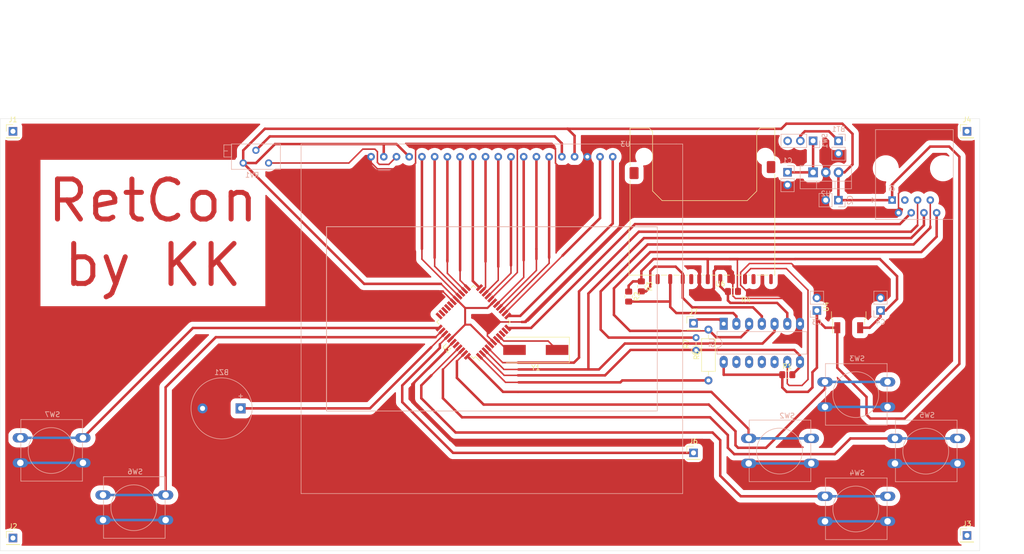
<source format=kicad_pcb>
(kicad_pcb (version 20211014) (generator pcbnew)
  (layers (0 "F.Cu" signal "Górna sygnałowa") (31 "B.Cu" jumper "Dolna sygnałowa") (34 "B.Paste" user "Dolna pasty") (35 "F.Paste" user "Górna pasty") (36 "B.SilkS" user "Dolna opisowa") (37 "F.SilkS" user "Górna opisowa") (38 "B.Mask" user "Dolna sodermaski") (39 "F.Mask" user "Górna soldermaski") (44 "Edge.Cuts" user "Krawędziowa"))
  (net 0 "")
  (net 1 "GND")
  (net 2 "Net-(BT1-Pad1)")
  (net 3 "Net-(C1-Pad1)")
  (net 4 "Net-(J5-Pad8)")
  (net 5 "Net-(RV1-Pad2)")
  (net 6 "Net-(RV1-Pad1)")
  (net 7 "Net-(SW2-Pad1)")
  (net 8 "Net-(SW3-Pad1)")
  (net 9 "Net-(SW4-Pad1)")
  (net 10 "Net-(SW5-Pad1)")
  (net 11 "Net-(SW6-Pad1)")
  (net 12 "+5V")
  (net 13 "+3V3")
  (net 15 "Net-(U1-Pad26)")
  (net 16 "Net-(U1-Pad25)")
  (net 17 "Net-(U1-Pad24)")
  (net 18 "Net-(U1-Pad23)")
  (net 19 "Net-(U1-Pad22)")
  (net 20 "Net-(U1-Pad21)")
  (net 21 "Net-(U1-Pad20)")
  (net 22 "Net-(U1-Pad19)")
  (net 23 "Net-(U1-Pad15)")
  (net 24 "Net-(U1-Pad8)")
  (net 25 "Net-(U1-Pad7)")
  (net 26 "Net-(SW7-Pad1)")
  (net 27 "Net-(BZ1-Pad1)")
  (net 32 "Net-(U5-Pad1)")
  (net 33 "Net-(J5-Pad5)")
  (net 34 "Net-(J5-Pad4)")
  (net 35 "/SCK")
  (net 36 "Net-(U1-Pad16)")
  (net 37 "Net-(U1-Pad14)")
  (net 38 "Net-(U1-Pad13)")
  (net 39 "Net-(U1-Pad12)")
  (net 40 "Net-(J5-Pad7)")
  (net 41 "/MISO")
  (net 42 "/MOSI")
  (net 43 "Net-(R2-Pad2)")
  (net 44 "Net-(R3-Pad2)")
  (net 45 "Net-(R4-Pad2)")
  (net 53 "/CS")
  (net 55 "Net-(U5-Pad9)")
  (footprint "Package_QFP:TQFP-44_10x10mm_P0.8mm" (layer "F.Cu") (at 140.208 93.98 135)
    (fp_text reference "U1")
    (fp_text value "ATmega32A-AU")
  )
  (footprint "Connector_PinHeader_2.54mm:PinHeader_1x01_P2.54mm_Vertical" (layer "F.Cu") (at 48.26 55.88)
    (fp_text reference "J1")
    (fp_text value "Hole1")
  )
  (footprint "Connector_PinHeader_2.54mm:PinHeader_1x01_P2.54mm_Vertical" (layer "F.Cu") (at 238.76 136.652)
    (fp_text reference "J3")
    (fp_text value "Hole3")
  )
  (footprint "Connector_PinHeader_2.54mm:PinHeader_1x01_P2.54mm_Vertical" (layer "F.Cu") (at 238.76 55.88)
    (fp_text reference "J4")
    (fp_text value "Hole4")
  )
  (footprint "Crystal:Crystal_SMD_HC49-SD" (layer "F.Cu") (at 152.654 99.568 180)
    (fp_text reference "Y1")
    (fp_text value "16Mhz")
  )
  (footprint "Connector_PinHeader_2.54mm:PinHeader_1x01_P2.54mm_Vertical" (layer "F.Cu") (at 48.26 137.16)
    (fp_text reference "J2")
    (fp_text value "Hole2")
  )
  (footprint "Resistor_THT:R_Axial_DIN0207_L6.3mm_D2.5mm_P10.16mm_Horizontal" (layer "F.Cu") (at 187.131 105.664 90)
    (fp_text reference "R6")
    (fp_text value "0R")
  )
  (footprint "Package_TO_SOT_SMD:TO-252-2" (layer "F.Cu") (at 215.138 90.932 90)
    (fp_text reference "U4")
    (fp_text value "LF33_TO252")
  )
  (footprint "Resistor_SMD:R_0805_2012Metric_Pad1.20x1.40mm_HandSolder" (layer "F.Cu") (at 192.024 87.884 180)
    (fp_text reference "R4")
    (fp_text value "1K")
  )
  (footprint "Resistor_SMD:R_0805_2012Metric_Pad1.20x1.40mm_HandSolder" (layer "F.Cu") (at 171.196 88.9 -90)
    (fp_text reference "R2")
    (fp_text value "1K")
  )
  (footprint "Resistor_SMD:R_0805_2012Metric_Pad1.20x1.40mm_HandSolder" (layer "F.Cu") (at 202.879 104.521)
    (fp_text reference "R1")
    (fp_text value "4K7")
  )
  (footprint "Resistor_THT:R_Axial_DIN0204_L3.6mm_D1.6mm_P2.54mm_Vertical" (layer "F.Cu") (at 184.658 99.645 90)
    (fp_text reference "R7")
    (fp_text value "0R")
  )
  (footprint "Connector_PinHeader_2.54mm:PinHeader_1x01_P2.54mm_Vertical" (layer "F.Cu") (at 184.15 120.142)
    (fp_text reference "J6")
    (fp_text value "Conn_01x01_Male")
  )
  (footprint "Resistor_SMD:R_0805_2012Metric_Pad1.20x1.40mm_HandSolder" (layer "F.Cu") (at 173.736 86.868 -90)
    (fp_text reference "R3")
    (fp_text value "1K")
  )
  (footprint "Connector_Card:SD_Kyocera_145638009511859+" (layer "F.Cu") (at 186.378 72.9195 180)
    (fp_text reference "U6")
    (fp_text value "SD")
  )
  (footprint "Connector_PinHeader_2.54mm:PinHeader_1x01_P2.54mm_Vertical" (layer "F.Cu") (at 184.15 94.234)
    (fp_text reference "J7")
    (fp_text value "Conn_01x01_Male")
  )
  (footprint "Connector_PinHeader_2.54mm:PinHeader_1x02_P2.54mm_Vertical" (layer "B.Cu") (at 213.106 57.78 180)
    (fp_text reference "BT1")
    (fp_text value "9V battery")
  )
  (footprint "Connector_PinHeader_2.54mm:PinHeader_1x02_P2.54mm_Vertical" (layer "B.Cu") (at 202.925 64.065 180)
    (fp_text reference "C1")
    (fp_text value "330N")
  )
  (footprint "Connector_PinHeader_2.54mm:PinHeader_1x02_P2.54mm_Vertical" (layer "B.Cu") (at 213.085 69.635 90)
    (fp_text reference "C2")
    (fp_text value "100N")
  )
  (footprint "Button_Switch_THT:SW_PUSH-12mm" (layer "B.Cu") (at 222.902 105.958 180)
    (fp_text reference "SW3")
    (fp_text value "Up")
  )
  (footprint "Connector_PinHeader_2.54mm:PinHeader_1x03_P2.54mm_Vertical" (layer "B.Cu") (at 208.026 57.785 90)
    (fp_text reference "SW1")
    (fp_text value "SW_DIP_x01")
  )
  (footprint "Buzzer_Beeper:Buzzer_12x9.5RM7.6" (layer "B.Cu") (at 93.716 111.252 180)
    (fp_text reference "BZ1")
    (fp_text value "Buzzer")
  )
  (footprint "Package_TO_SOT_THT:TO-220-3_Vertical" (layer "B.Cu") (at 208.026 64.079)
    (fp_text reference "U2")
    (fp_text value "L7805")
  )
  (footprint "Button_Switch_THT:SW_PUSH-12mm" (layer "B.Cu") (at 207.669676 117.242715 180)
    (fp_text reference "SW2")
    (fp_text value "Left")
  )
  (footprint "Blue:WG12864BL" (layer "B.Cu") (at 159.131 72.39 180)
    (fp_text reference "U3")
    (fp_text value "WG12864B-STBL")
  )
  (footprint "Potentiometer_THT:Potentiometer_Bourns_3296Z_Horizontal" (layer "B.Cu") (at 99.312 62.21)
    (fp_text reference "RV1")
    (fp_text value "R_POT")
  )
  (footprint "Button_Switch_THT:SW_PUSH-12mm" (layer "B.Cu") (at 236.872 117.261 180)
    (fp_text reference "SW5")
    (fp_text value "Right")
  )
  (footprint "Button_Switch_THT:SW_PUSH-12mm" (layer "B.Cu") (at 62.23 117.134 180)
    (fp_text reference "SW7")
    (fp_text value "Punch")
  )
  (footprint "Button_Switch_THT:SW_PUSH-12mm" (layer "B.Cu") (at 78.74 128.564 180)
    (fp_text reference "SW6")
    (fp_text value "Jump")
  )
  (footprint "Button_Switch_THT:SW_PUSH-12mm" (layer "B.Cu") (at 222.902 128.818 180)
    (fp_text reference "SW4")
    (fp_text value "Down")
  )
  (footprint "Connector_RJ:RJ45_Amphenol_54602-x08_Horizontal" (layer "B.Cu") (at 223.8095 69.616)
    (fp_text reference "J5")
    (fp_text value "RJ45")
  )
  (footprint "Connector_PinHeader_2.54mm:PinHeader_1x02_P2.54mm_Vertical" (layer "B.Cu") (at 221.488 91.699)
    (fp_text reference "C4")
    (fp_text value "2.2uF")
  )
  (footprint "Package_DIP:DIP-14_W7.62mm_LongPads" (layer "B.Cu") (at 190.174 94.346 -90)
    (fp_text reference "U5")
    (fp_text value "SN74LS07")
  )
  (footprint "Connector_PinHeader_2.54mm:PinHeader_1x02_P2.54mm_Vertical" (layer "B.Cu") (at 208.788 91.699)
    (fp_text reference "C3")
    (fp_text value "100N")
  )
  (gr_rect (start 241.3 53.34) (end 45.72 139.7) (layer "Edge.Cuts") (width 0.05) (fill none))
  (gr_text "RetCon\nby KK" (at 76.2 76.2) (layer "F.Cu") (effects (font (size 8 8) (thickness 1))))
  (segment (start 185.928 117.602) (end 135.636 117.602) (width 0.5) (layer "F.Cu") (net 1))
  (segment (start 188.468 57.912) (end 170.18 57.912) (width 0.5) (layer "F.Cu") (net 1))
  (segment (start 121.031 63.373) (end 127.508 63.373) (width 0.3) (layer "F.Cu") (net 1))
  (segment (start 188.722 83.312) (end 191.262 83.312) (width 0.5) (layer "F.Cu") (net 1))
  (segment (start 128.651 62.23) (end 128.651 59.69) (width 0.3) (layer "F.Cu") (net 1))
  (segment (start 70.468 92.456) (end 116.84 92.456) (width 0.5) (layer "F.Cu") (net 1))
  (segment (start 191.998 84.048) (end 191.998 85.4195) (width 0.5) (layer "F.Cu") (net 1))
  (segment (start 147.066 93.98) (end 149.86 93.98) (width 0.3) (layer "F.Cu") (net 1))
  (segment (start 155.702 58.42) (end 156.591 59.309) (width 0.3) (layer "F.Cu") (net 1))
  (segment (start 227.584 129.54) (end 227.584 122.274261) (width 0.5) (layer "F.Cu") (net 1))
  (segment (start 157.099 62.738) (end 162.306 62.738) (width 0.3) (layer "F.Cu") (net 1))
  (segment (start 207.669676 122.242715) (end 224.353715 122.242715) (width 0.5) (layer "F.Cu") (net 1))
  (segment (start 149.86 93.98) (end 150.622 93.98) (width 0.5) (layer "F.Cu") (net 1))
  (segment (start 225.0795 68.2905) (end 225.806 67.564) (width 0.3) (layer "F.Cu") (net 1))
  (segment (start 134.62 99.822) (end 134.62 99.568) (width 0.5) (layer "F.Cu") (net 1))
  (segment (start 210.236093 66.605) (end 210.545 66.296093) (width 0.5) (layer "F.Cu") (net 1))
  (segment (start 187.833 87.63) (end 188.214 87.249) (width 0.5) (layer "F.Cu") (net 1))
  (segment (start 188.214 87.249) (end 188.214 83.82) (width 0.5) (layer "F.Cu") (net 1))
  (segment (start 221.161 88.832) (end 221.488 89.159) (width 0.5) (layer "F.Cu") (net 1))
  (segment (start 48.838 122.134) (end 47.1 120.396) (width 0.5) (layer "F.Cu") (net 1))
  (segment (start 191.262 83.312) (end 191.998 84.048) (width 0.5) (layer "F.Cu") (net 1))
  (segment (start 65.348 133.564) (end 62.23 130.446) (width 0.5) (layer "F.Cu") (net 1))
  (segment (start 128.016 106.426) (end 134.62 99.822) (width 0.5) (layer "F.Cu") (net 1))
  (segment (start 162.941 62.103) (end 162.941 60.96) (width 0.3) (layer "F.Cu") (net 1))
  (segment (start 215.138 88.832) (end 221.161 88.832) (width 0.5) (layer "F.Cu") (net 1))
  (segment (start 210.148 133.564) (end 210.402 133.818) (width 0.5) (layer "F.Cu") (net 1))
  (segment (start 235.204 69.85) (end 231.648 66.294) (width 0.5) (layer "F.Cu") (net 1))
  (segment (start 225.0795 72.156) (end 225.0795 68.2905) (width 0.3) (layer "F.Cu") (net 1))
  (segment (start 193.548 86.614) (end 195.030289 88.096289) (width 0.3) (layer "F.Cu") (net 1))
  (segment (start 186.055 87.63) (end 187.833 87.63) (width 0.5) (layer "F.Cu") (net 1))
  (segment (start 210.566 61.468) (end 210.566 64.079) (width 0.5) (layer "F.Cu") (net 1))
  (segment (start 185.298 86.873) (end 186.055 87.63) (width 0.5) (layer "F.Cu") (net 1))
  (segment (start 193.548 84.074) (end 193.548 86.614) (width 0.3) (layer "F.Cu") (net 1))
  (segment (start 144.78 93.98) (end 147.066 93.98) (width 0.3) (layer "F.Cu") (net 1))
  (segment (start 202.371 89.281) (end 197.037 89.281) (width 0.3) (layer "F.Cu") (net 1))
  (segment (start 221.254 72.156) (end 225.0795 72.156) (width 0.5) (layer "F.Cu") (net 1))
  (segment (start 143.002 96.774) (end 143.002 95.758) (width 0.3) (layer "F.Cu") (net 1))
  (segment (start 208.788 87.376) (end 203.708 82.296) (width 0.3) (layer "F.Cu") (net 1))
  (segment (start 210.545 66.296093) (end 210.545 64.1) (width 0.5) (layer "F.Cu") (net 1))
  (segment (start 209.115 88.832) (end 208.788 89.159) (width 0.5) (layer "F.Cu") (net 1))
  (segment (start 143.002 95.758) (end 144.78 93.98) (width 0.3) (layer "F.Cu") (net 1))
  (segment (start 195.326 82.296) (end 193.548 84.074) (width 0.3) (layer "F.Cu") (net 1))
  (segment (start 148.971 58.42) (end 155.702 58.42) (width 0.3) (layer "F.Cu") (net 1))
  (segment (start 205.414 94.346) (end 205.414 92.324) (width 0.3) (layer "F.Cu") (net 1))
  (segment (start 215.138 88.832) (end 209.115 88.832) (width 0.5) (layer "F.Cu") (net 1))
  (segment (start 127.508 63.373) (end 128.651 62.23) (width 0.3) (layer "F.Cu") (net 1))
  (segment (start 47.1 120.396) (end 47.1 115.824) (width 0.5) (layer "F.Cu") (net 1))
  (segment (start 170.18 74.422) (end 170.18 57.912) (width 0.5) (layer "F.Cu") (net 1))
  (segment (start 119.761 62.103) (end 121.031 63.373) (width 0.3) (layer "F.Cu") (net 1))
  (segment (start 227.584 106.276) (end 227.584 99.568) (width 0.5) (layer "F.Cu") (net 1))
  (segment (start 128.016 109.982) (end 128.016 106.426) (width 0.5) (layer "F.Cu") (net 1))
  (segment (start 210.545 69.635) (end 210.545 66.296093) (width 0.5) (layer "F.Cu") (net 1))
  (segment (start 210.402 110.958) (end 210.402 113.882) (width 0.5) (layer "F.Cu") (net 1))
  (segment (start 210.545 64.1) (end 210.566 64.079) (width 0.5) (layer "F.Cu") (net 1))
  (segment (start 187.198 118.872) (end 185.928 117.602) (width 0.5) (layer "F.Cu") (net 1))
  (segment (start 193.508 133.818) (end 187.198 127.508) (width 0.5) (layer "F.Cu") (net 1))
  (segment (start 208.788 89.159) (end 208.788 87.376) (width 0.3) (layer "F.Cu") (net 1))
  (segment (start 210.402 113.882) (end 211.328 114.808) (width 0.5) (layer "F.Cu") (net 1))
  (segment (start 211.836 72.136) (end 221.234 72.136) (width 0.5) (layer "F.Cu") (net 1))
  (segment (start 227.570739 122.261) (end 227.584 122.274261) (width 0.5) (layer "F.Cu") (net 1))
  (segment (start 227.584 99.568) (end 235.204 91.948) (width 0.5) (layer "F.Cu") (net 1))
  (segment (start 191.998 88.747) (end 191.998 85.4195) (width 0.3) (layer "F.Cu") (net 1))
  (segment (start 211.328 114.808) (end 226.568 114.808) (width 0.5) (layer "F.Cu") (net 1))
  (segment (start 136.177491 98.010509) (end 134.62 99.568) (width 0.3) (layer "F.Cu") (net 1))
  (segment (start 156.591 62.23) (end 157.099 62.738) (width 0.3) (layer "F.Cu") (net 1))
  (segment (start 62.23 130.446) (end 62.23 122.134) (width 0.5) (layer "F.Cu") (net 1))
  (segment (start 162.306 62.738) (end 162.941 62.103) (width 0.3) (layer "F.Cu") (net 1))
  (segment (start 215.138 88.832) (end 215.138 97.79) (width 0.5) (layer "F.Cu") (net 1))
  (segment (start 226.568 114.808) (end 227.584 115.824) (width 0.5) (layer "F.Cu") (net 1))
  (segment (start 197.161 66.605) (end 188.468 57.912) (width 0.5) (layer "F.Cu") (net 1))
  (segment (start 231.648 66.294) (end 227.076 66.294) (width 0.5) (layer "F.Cu") (net 1))
  (segment (start 144.238509 98.010509) (end 143.002 96.774) (width 0.3) (layer "F.Cu") (net 1))
  (segment (start 164.084 57.912) (end 162.941 59.055) (width 0.5) (layer "F.Cu") (net 1))
  (segment (start 135.636 117.602) (end 128.016 109.982) (width 0.5) (layer "F.Cu") (net 1))
  (segment (start 78.74 133.564) (end 81.828 133.564) (width 0.5) (layer "F.Cu") (net 1))
  (segment (start 213.106 60.32) (end 211.714 60.32) (width 0.5) (layer "F.Cu") (net 1))
  (segment (start 187.198 127.508) (end 187.198 118.872) (width 0.5) (layer "F.Cu") (net 1))
  (segment (start 203.708 82.296) (end 195.326 82.296) (width 0.3) (layer "F.Cu") (net 1))
  (segment (start 86.116 129.276) (end 86.116 111.252) (width 0.5) (layer "F.Cu") (net 1))
  (segment (start 202.925 66.605) (end 197.161 66.605) (width 0.5) (layer "F.Cu") (net 1))
  (segment (start 129.921 58.42) (end 148.971 58.42) (width 0.3) (layer "F.Cu") (net 1))
  (segment (start 188.214 83.82) (end 188.722 83.312) (width 0.5) (layer "F.Cu") (net 1))
  (segment (start 185.298 85.4195) (end 185.298 86.873) (width 0.5) (layer "F.Cu") (net 1))
  (segment (start 210.545 70.845) (end 211.836 72.136) (width 0.5) (layer "F.Cu") (net 1))
  (segment (start 170.18 57.912) (end 164.084 57.912) (width 0.5) (layer "F.Cu") (net 1))
  (segment (start 192.532 89.281) (end 191.998 88.747) (width 0.3) (layer "F.Cu") (net 1))
  (segment (start 81.424 133.564) (end 210.148 133.564) (width 0.5) (layer "F.Cu") (net 1))
  (segment (start 143.672823 89.383806) (end 148.971 84.085629) (width 0.3) (layer "F.Cu") (net 1))
  (segment (start 215.138 97.79) (end 216.916 99.568) (width 0.5) (layer "F.Cu") (net 1))
  (segment (start 222.902 133.818) (end 223.306 133.818) (width 0.5) (layer "F.Cu") (net 1))
  (segment (start 195.030289 88.096289) (end 195.030289 89.281) (width 0.3) (layer "F.Cu") (net 1))
  (segment (start 223.306 133.818) (end 227.584 129.54) (width 0.5) (layer "F.Cu") (net 1))
  (segment (start 119.761 60.96) (end 119.761 62.103) (width 0.3) (layer "F.Cu") (net 1))
  (segment (start 162.941 59.055) (end 162.941 60.96) (width 0.5) (layer "F.Cu") (net 1))
  (segment (start 235.204 91.948) (end 235.204 69.85) (width 0.5) (layer "F.Cu") (net 1))
  (segment (start 116.84 92.456) (end 121.412 87.884) (width 0.5) (layer "F.Cu") (net 1))
  (segment (start 216.916 99.568) (end 227.584 99.568) (width 0.5) (layer "F.Cu") (net 1))
  (segment (start 195.030289 89.281) (end 192.532 89.281) (width 0.3) (layer "F.Cu") (net 1))
  (segment (start 222.902 110.958) (end 227.584 106.276) (width 0.5) (layer "F.Cu") (net 1))
  (segment (start 224.353715 122.242715) (end 224.372 122.261) (width 0.5) (layer "F.Cu") (net 1))
  (segment (start 136.177491 89.949491) (end 134.112 87.884) (width 0.3) (layer "F.Cu") (net 1))
  (segment (start 47.1 115.824) (end 70.468 92.456) (width 0.5) (layer "F.Cu") (net 1))
  (segment (start 81.828 133.564) (end 86.116 129.276) (width 0.5) (layer "F.Cu") (net 1))
  (segment (start 121.412 87.884) (end 134.112 87.884) (width 0.5) (layer "F.Cu") (net 1))
  (segment (start 211.714 60.32) (end 210.566 61.468) (width 0.5) (layer "F.Cu") (net 1))
  (segment (start 202.925 66.605) (end 210.236093 66.605) (width 0.5) (layer "F.Cu") (net 1))
  (segment (start 128.651 59.69) (end 129.921 58.42) (width 0.3) (layer "F.Cu") (net 1))
  (segment (start 197.037 89.281) (end 195.030289 89.281) (width 0.3) (layer "F.Cu") (net 1))
  (segment (start 227.584 122.274261) (end 227.584 116.078) (width 0.5) (layer "F.Cu") (net 1))
  (segment (start 224.372 122.261) (end 227.570739 122.261) (width 0.5) (layer "F.Cu") (net 1))
  (segment (start 227.584 115.824) (end 227.584 116.078) (width 0.5) (layer "F.Cu") (net 1))
  (segment (start 227.076 66.294) (end 225.806 67.564) (width 0.5) (layer "F.Cu") (net 1))
  (segment (start 156.591 59.309) (end 156.591 62.23) (width 0.3) (layer "F.Cu") (net 1))
  (segment (start 210.402 133.818) (end 193.508 133.818) (width 0.5) (layer "F.Cu") (net 1))
  (segment (start 210.545 69.635) (end 210.545 70.845) (width 0.5) (layer "F.Cu") (net 1))
  (segment (start 221.234 72.136) (end 221.254 72.156) (width 0.5) (layer "F.Cu") (net 1))
  (segment (start 150.622 93.98) (end 170.18 74.422) (width 0.5) (layer "F.Cu") (net 1))
  (segment (start 49.73 122.134) (end 48.838 122.134) (width 0.5) (layer "F.Cu") (net 1))
  (segment (start 66.24 133.564) (end 65.348 133.564) (width 0.5) (layer "F.Cu") (net 1))
  (segment (start 148.971 84.085629) (end 148.971 58.42) (width 0.3) (layer "F.Cu") (net 1))
  (segment (start 205.414 92.324) (end 202.371 89.281) (width 0.3) (layer "F.Cu") (net 1))
  (segment (start 62.23 122.134) (end 49.73 122.134) (width 0.5) (layer "B.Cu") (net 1))
  (segment (start 224.372 122.261) (end 236.872 122.261) (width 0.5) (layer "B.Cu") (net 1))
  (segment (start 195.169676 122.242715) (end 207.669676 122.242715) (width 0.5) (layer "B.Cu") (net 1))
  (segment (start 78.74 133.564) (end 66.24 133.564) (width 0.5) (layer "B.Cu") (net 1))
  (segment (start 222.902 133.818) (end 210.402 133.818) (width 0.5) (layer "B.Cu") (net 1))
  (segment (start 210.402 110.958) (end 222.902 110.958) (width 0.5) (layer "B.Cu") (net 1))
  (segment (start 205.486 56.769) (end 206.375 55.88) (width 0.5) (layer "F.Cu") (net 2))
  (segment (start 211.206 55.88) (end 213.106 57.78) (width 0.5) (layer "F.Cu") (net 2))
  (segment (start 206.375 55.88) (end 211.206 55.88) (width 0.5) (layer "F.Cu") (net 2))
  (segment (start 205.486 57.785) (end 205.486 56.769) (width 0.5) (layer "F.Cu") (net 2))
  (segment (start 208.026 64.079) (end 202.939 64.079) (width 0.5) (layer "F.Cu") (net 3))
  (segment (start 202.939 64.079) (end 202.925 64.065) (width 0.5) (layer "F.Cu") (net 3))
  (segment (start 208.026 64.079) (end 208.026 57.785) (width 0.5) (layer "F.Cu") (net 3))
  (segment (start 175.514 80.01) (end 229.616 80.01) (width 0.5) (layer "F.Cu") (net 4))
  (segment (start 193.608 97.028) (end 188.655 97.028) (width 0.5) (layer "F.Cu") (net 4))
  (segment (start 186.877 95.758) (end 181.61 95.758) (width 0.3) (layer "F.Cu") (net 4))
  (segment (start 168.261635 87.262365) (end 175.514 80.01) (width 0.5) (layer "F.Cu") (net 4))
  (segment (start 187.131 95.504) (end 186.877 95.758) (width 0.3) (layer "F.Cu") (net 4))
  (segment (start 168.261635 92.569635) (end 168.261635 87.262365) (width 0.5) (layer "F.Cu") (net 4))
  (segment (start 229.616 80.01) (end 232.6995 76.9265) (width 0.5) (layer "F.Cu") (net 4))
  (segment (start 171.45 95.758) (end 168.261635 92.569635) (width 0.5) (layer "F.Cu") (net 4))
  (segment (start 181.61 95.758) (end 171.45 95.758) (width 0.5) (layer "F.Cu") (net 4))
  (segment (start 188.655 97.028) (end 187.131 95.504) (width 0.5) (layer "F.Cu") (net 4))
  (segment (start 195.254 94.346) (end 195.254 95.382) (width 0.5) (layer "F.Cu") (net 4))
  (segment (start 195.254 95.382) (end 193.608 97.028) (width 0.5) (layer "F.Cu") (net 4))
  (segment (start 232.6995 76.9265) (end 232.6995 72.156) (width 0.5) (layer "F.Cu") (net 4))
  (segment (start 96.772 59.67) (end 99.546 56.896) (width 0.5) (layer "F.Cu") (net 5))
  (segment (start 156.464 56.896) (end 157.861 58.293) (width 0.5) (layer "F.Cu") (net 5))
  (segment (start 157.861 58.293) (end 157.861 60.96) (width 0.5) (layer "F.Cu") (net 5))
  (segment (start 99.546 56.896) (end 156.464 56.896) (width 0.5) (layer "F.Cu") (net 5))
  (segment (start 118.11 59.436) (end 120.523 59.436) (width 0.3) (layer "F.Cu") (net 6))
  (segment (start 121.031 62.103) (end 121.412 62.484) (width 0.3) (layer "F.Cu") (net 6))
  (segment (start 123.317 62.484) (end 124.841 60.96) (width 0.3) (layer "F.Cu") (net 6))
  (segment (start 121.412 62.484) (end 123.317 62.484) (width 0.3) (layer "F.Cu") (net 6))
  (segment (start 121.031 59.944) (end 121.031 62.103) (width 0.3) (layer "F.Cu") (net 6))
  (segment (start 99.312 62.21) (end 115.336 62.21) (width 0.3) (layer "F.Cu") (net 6))
  (segment (start 115.336 62.21) (end 118.11 59.436) (width 0.3) (layer "F.Cu") (net 6))
  (segment (start 120.523 59.436) (end 121.031 59.944) (width 0.3) (layer "F.Cu") (net 6))
  (segment (start 187.706 107.95) (end 149.098 107.95) (width 0.5) (layer "F.Cu") (net 7))
  (segment (start 149.098 107.95) (end 146.116982 107.95) (width 0.5) (layer "F.Cu") (net 7))
  (segment (start 195.169676 115.413676) (end 187.706 107.95) (width 0.5) (layer "F.Cu") (net 7))
  (segment (start 195.169676 117.242715) (end 195.169676 115.413676) (width 0.5) (layer "F.Cu") (net 7))
  (segment (start 146.116982 107.95) (end 139.005918 100.838936) (width 0.5) (layer "F.Cu") (net 7))
  (segment (start 207.669676 117.242715) (end 195.169676 117.242715) (width 0.5) (layer "B.Cu") (net 7))
  (segment (start 198.628 119.126) (end 193.04 119.126) (width 0.5) (layer "F.Cu") (net 8))
  (segment (start 193.04 119.126) (end 192.532 118.618) (width 0.5) (layer "F.Cu") (net 8))
  (segment (start 210.402 105.958) (end 210.402 107.352) (width 0.5) (layer "F.Cu") (net 8))
  (segment (start 192.532 118.618) (end 192.532 115.824) (width 0.5) (layer "F.Cu") (net 8))
  (segment (start 142.24 110.49) (end 136.906 105.156) (width 0.5) (layer "F.Cu") (net 8))
  (segment (start 192.532 115.824) (end 187.198 110.49) (width 0.5) (layer "F.Cu") (net 8))
  (segment (start 187.198 110.49) (end 142.24 110.49) (width 0.5) (layer "F.Cu") (net 8))
  (segment (start 138.440233 100.27325) (end 136.906 101.807483) (width 0.3) (layer "F.Cu") (net 8))
  (segment (start 210.402 107.352) (end 198.628 119.126) (width 0.5) (layer "F.Cu") (net 8))
  (segment (start 136.906 105.156) (end 136.906 101.807483) (width 0.5) (layer "F.Cu") (net 8))
  (segment (start 222.902 105.958) (end 210.402 105.958) (width 0.5) (layer "B.Cu") (net 8))
  (segment (start 189.484 124.714) (end 189.484 117.602) (width 0.5) (layer "F.Cu") (net 9))
  (segment (start 187.96 116.078) (end 136.652 116.078) (width 0.5) (layer "F.Cu") (net 9))
  (segment (start 193.588 128.818) (end 189.484 124.714) (width 0.5) (layer "F.Cu") (net 9))
  (segment (start 189.484 117.602) (end 187.96 116.078) (width 0.5) (layer "F.Cu") (net 9))
  (segment (start 136.652 116.078) (end 129.794 109.22) (width 0.5) (layer "F.Cu") (net 9))
  (segment (start 129.794 106.656742) (end 131.814371 104.636371) (width 0.5) (layer "F.Cu") (net 9))
  (segment (start 137.308862 99.14188) (end 131.814371 104.636371) (width 0.3) (layer "F.Cu") (net 9))
  (segment (start 129.794 109.22) (end 129.794 106.656742) (width 0.5) (layer "F.Cu") (net 9))
  (segment (start 210.402 128.818) (end 193.588 128.818) (width 0.5) (layer "F.Cu") (net 9))
  (segment (start 131.814371 104.636371) (end 131.572 104.878742) (width 0.3) (layer "F.Cu") (net 9))
  (segment (start 210.402 128.818) (end 222.902 128.818) (width 0.5) (layer "B.Cu") (net 9))
  (segment (start 191.008 119.126) (end 191.008 116.586) (width 0.5) (layer "F.Cu") (net 10))
  (segment (start 192.278 120.396) (end 191.008 119.126) (width 0.5) (layer "F.Cu") (net 10))
  (segment (start 187.452 113.03) (end 137.922 113.03) (width 0.5) (layer "F.Cu") (net 10))
  (segment (start 134.112 109.22) (end 134.112 103.470113) (width 0.5) (layer "F.Cu") (net 10))
  (segment (start 191.008 116.586) (end 187.452 113.03) (width 0.5) (layer "F.Cu") (net 10))
  (segment (start 224.372 117.261) (end 215.479 117.261) (width 0.5) (layer "F.Cu") (net 10))
  (segment (start 215.479 117.261) (end 212.344 120.396) (width 0.5) (layer "F.Cu") (net 10))
  (segment (start 137.874548 99.707565) (end 134.112 103.470113) (width 0.3) (layer "F.Cu") (net 10))
  (segment (start 212.344 120.396) (end 192.278 120.396) (width 0.5) (layer "F.Cu") (net 10))
  (segment (start 137.922 113.03) (end 134.112 109.22) (width 0.5) (layer "F.Cu") (net 10))
  (segment (start 224.372 117.261) (end 236.872 117.261) (width 0.5) (layer "B.Cu") (net 10))
  (segment (start 78.74 128.564) (end 78.74 107.044) (width 0.5) (layer "F.Cu") (net 11))
  (segment (start 78.74 107.044) (end 88.756 97.028) (width 0.5) (layer "F.Cu") (net 11))
  (segment (start 88.756 97.028) (end 132.634517 97.028) (width 0.5) (layer "F.Cu") (net 11))
  (segment (start 133.91475 95.747767) (end 132.634517 97.028) (width 0.3) (layer "F.Cu") (net 11))
  (segment (start 66.24 128.564) (end 78.74 128.564) (width 0.5) (layer "B.Cu") (net 11))
  (segment (start 213.085 69.635) (end 223.7905 69.635) (width 0.5) (layer "F.Cu") (net 12))
  (segment (start 201.879 104.521) (end 201.879 107.077) (width 0.5) (layer "F.Cu") (net 12))
  (segment (start 208.788 91.699) (end 208.788 93.472) (width 0.5) (layer "F.Cu") (net 12))
  (segment (start 210.448 95.132) (end 212.858 95.132) (width 0.5) (layer "F.Cu") (net 12))
  (segment (start 139.607887 94.511258) (end 138.545371 94.511258) (width 0.4) (layer "F.Cu") (net 12))
  (segment (start 190.179 104.521) (end 190.174 104.516) (width 0.5) (layer "F.Cu") (net 12))
  (segment (start 190.174 104.516) (end 190.174 101.966) (width 0.5) (layer "F.Cu") (net 12))
  (segment (start 223.774 66.548) (end 223.8095 66.5835) (width 0.5) (layer "F.Cu") (net 12))
  (segment (start 159.004 55.372) (end 160.401 56.769) (width 0.5) (layer "F.Cu") (net 12))
  (segment (start 223.8095 66.5835) (end 223.8095 69.616) (width 0.5) (layer "F.Cu") (net 12))
  (segment (start 213.085 69.635) (end 213.085 64.1) (width 0.5) (layer "F.Cu") (net 12))
  (segment (start 223.7905 69.635) (end 223.8095 69.616) (width 0.5) (layer "F.Cu") (net 12))
  (segment (start 207.01 107.95) (end 207.899 107.061) (width 0.5) (layer "F.Cu") (net 12))
  (segment (start 122.301 60.96) (end 122.301 58.42) (width 0.5) (layer "F.Cu") (net 12))
  (segment (start 214.305 64.079) (end 213.106 64.079) (width 0.5) (layer "F.Cu") (net 12))
  (segment (start 208.788 93.472) (end 210.448 95.132) (width 0.5) (layer "F.Cu") (net 12))
  (segment (start 124.841 58.42) (end 127.381 60.96) (width 0.5) (layer "F.Cu") (net 12))
  (segment (start 219.456 113.284) (end 226.314 113.284) (width 0.5) (layer "F.Cu") (net 12))
  (segment (start 138.545371 94.511258) (end 138.545371 91.186) (width 0.4) (layer "F.Cu") (net 12))
  (segment (start 207.899 107.061) (end 207.899 104.013) (width 0.5) (layer "F.Cu") (net 12))
  (segment (start 122.301 58.42) (end 124.841 58.42) (width 0.5) (layer "F.Cu") (net 12))
  (segment (start 215.9 62.484) (end 214.305 64.079) (width 0.5) (layer "F.Cu") (net 12))
  (segment (start 136.743177 89.383806) (end 133.719371 86.36) (width 0.3) (layer "F.Cu") (net 12))
  (segment (start 135.611806 97.444823) (end 138.545371 94.511258) (width 0.4) (layer "F.Cu") (net 12))
  (segment (start 207.899 104.013) (end 208.788 103.124) (width 0.5) (layer "F.Cu") (net 12))
  (segment (start 237.236 60.96) (end 235.204 58.928) (width 0.5) (layer "F.Cu") (net 12))
  (segment (start 201.676 55.372) (end 202.692 54.356) (width 0.5) (layer "F.Cu") (net 12))
  (segment (start 100.584 58.42) (end 122.301 58.42) (width 0.5) (layer "F.Cu") (net 12))
  (segment (start 138.545371 91.186) (end 136.743177 89.383806) (width 0.4) (layer "F.Cu") (net 12))
  (segment (start 215.9 56.388) (end 215.9 62.484) (width 0.5) (layer "F.Cu") (net 12))
  (segment (start 218.694 108.966) (end 218.694 112.522) (width 0.5) (layer "F.Cu") (net 12))
  (segment (start 98.552 55.372) (end 159.004 55.372) (width 0.5) (layer "F.Cu") (net 12))
  (segment (start 159.004 55.372) (end 201.676 55.372) (width 0.5) (layer "F.Cu") (net 12))
  (segment (start 213.085 64.1) (end 213.106 64.079) (width 0.5) (layer "F.Cu") (net 12))
  (segment (start 219.925 69.635) (end 219.964 69.596) (width 0.5) (layer "F.Cu") (net 12))
  (segment (start 160.401 56.769) (end 160.401 60.96) (width 0.5) (layer "F.Cu") (net 12))
  (segment (start 235.204 58.928) (end 231.394 58.928) (width 0.5) (layer "F.Cu") (net 12))
  (segment (start 213.868 54.356) (end 215.9 56.388) (width 0.5) (layer "F.Cu") (net 12))
  (segment (start 143.002 91.186) (end 138.545371 91.186) (width 0.4) (layer "F.Cu") (net 12))
  (segment (start 94.232 62.21) (end 118.382 86.36) (width 0.5) (layer "F.Cu") (net 12))
  (segment (start 96.794 62.21) (end 100.584 58.42) (width 0.5) (layer "F.Cu") (net 12))
  (segment (start 218.694 112.522) (end 219.456 113.284) (width 0.5) (layer "F.Cu") (net 12))
  (segment (start 212.858 95.132) (end 212.858 103.13) (width 0.5) (layer "F.Cu") (net 12))
  (segment (start 144.238509 89.949491) (end 143.002 91.186) (width 0.4) (layer "F.Cu") (net 12))
  (segment (start 226.314 113.284) (end 237.236 102.362) (width 0.5) (layer "F.Cu") (net 12))
  (segment (start 118.382 86.36) (end 133.719371 86.36) (width 0.5) (layer "F.Cu") (net 12))
  (segment (start 201.879 107.077) (end 202.752 107.95) (width 0.5) (layer "F.Cu") (net 12))
  (segment (start 143.672823 98.576194) (end 139.607887 94.511258) (width 0.4) (layer "F.Cu") (net 12))
  (segment (start 94.232 62.21) (end 94.232 59.692) (width 0.5) (layer "F.Cu") (net 12))
  (segment (start 202.752 107.95) (end 207.01 107.95) (width 0.5) (layer "F.Cu") (net 12))
  (segment (start 237.236 102.362) (end 237.236 60.96) (width 0.5) (layer "F.Cu") (net 12))
  (segment (start 201.879 104.521) (end 190.179 104.521) (width 0.5) (layer "F.Cu") (net 12))
  (segment (start 94.232 59.692) (end 98.552 55.372) (width 0.5) (layer "F.Cu") (net 12))
  (segment (start 208.788 103.124) (end 208.788 91.699) (width 0.5) (layer "F.Cu") (net 12))
  (segment (start 94.232 62.21) (end 96.794 62.21) (width 0.5) (layer "F.Cu") (net 12))
  (segment (start 212.858 103.13) (end 218.694 108.966) (width 0.5) (layer "F.Cu") (net 12))
  (segment (start 231.394 58.928) (end 223.774 66.548) (width 0.5) (layer "F.Cu") (net 12))
  (segment (start 202.692 54.356) (end 213.868 54.356) (width 0.5) (layer "F.Cu") (net 12))
  (segment (start 204.460959 81.416041) (end 204.47 81.407) (width 0.5) (layer "F.Cu") (net 13))
  (segment (start 172.069 85.868) (end 173.736 85.868) (width 0.5) (layer "F.Cu") (net 13))
  (segment (start 224.79 89.408) (end 222.499 91.699) (width 0.5) (layer "F.Cu") (net 13))
  (segment (start 171.196 87.9) (end 171.196 86.741) (width 0.5) (layer "F.Cu") (net 13))
  (segment (start 186.998 81.416041) (end 191.379959 81.416041) (width 0.5) (layer "F.Cu") (net 13))
  (segment (start 204.47 81.407) (end 221.361 81.407) (width 0.5) (layer "F.Cu") (net 13))
  (segment (start 186.998 85.4195) (end 186.998 81.416041) (width 0.5) (layer "F.Cu") (net 13))
  (segment (start 173.736 83.82) (end 176.149 81.407) (width 0.5) (layer "F.Cu") (net 13))
  (segment (start 186.998 81.416041) (end 187.007041 81.407) (width 0.5) (layer "F.Cu") (net 13))
  (segment (start 191.379959 81.416041) (end 192.939828 81.416041) (width 0.5) (layer "F.Cu") (net 13))
  (segment (start 193.024 87.233) (end 192.913 87.122) (width 0.3) (layer "F.Cu") (net 13))
  (segment (start 221.361 81.407) (end 224.79 84.836) (width 0.5) (layer "F.Cu") (net 13))
  (segment (start 192.913 87.122) (end 192.913 81.442869) (width 0.3) (layer "F.Cu") (net 13))
  (segment (start 219.32 95.132) (end 217.418 95.132) (width 0.5) (layer "F.Cu") (net 13))
  (segment (start 192.939828 81.416041) (end 192.948869 81.407) (width 0.5) (layer "F.Cu") (net 13))
  (segment (start 193.024 87.884) (end 193.024 87.233) (width 0.3) (layer "F.Cu") (net 13))
  (segment (start 221.488 91.699) (end 221.488 92.964) (width 0.5) (layer "F.Cu") (net 13))
  (segment (start 171.196 86.741) (end 172.069 85.868) (width 0.5) (layer "F.Cu") (net 13))
  (segment (start 173.736 85.868) (end 173.736 83.82) (width 0.5) (layer "F.Cu") (net 13))
  (segment (start 224.79 84.836) (end 224.79 89.408) (width 0.5) (layer "F.Cu") (net 13))
  (segment (start 222.499 91.699) (end 221.488 91.699) (width 0.5) (layer "F.Cu") (net 13))
  (segment (start 192.913 81.442869) (end 192.948869 81.407) (width 0.3) (layer "F.Cu") (net 13))
  (segment (start 191.379959 81.416041) (end 204.460959 81.416041) (width 0.5) (layer "F.Cu") (net 13))
  (segment (start 221.488 92.964) (end 219.32 95.132) (width 0.5) (layer "F.Cu") (net 13))
  (segment (start 176.149 81.407) (end 187.007041 81.407) (width 0.5) (layer "F.Cu") (net 13))
  (segment (start 129.921 60.96) (end 129.921 79.375) (width 0.5) (layer "F.Cu") (net 15))
  (segment (start 137.308862 88.81812) (end 129.921 81.430258) (width 0.3) (layer "F.Cu") (net 15))
  (segment (start 129.921 81.430258) (end 129.921 79.375) (width 0.3) (layer "F.Cu") (net 15))
  (segment (start 132.461 82.838887) (end 132.461 81.153) (width 0.3) (layer "F.Cu") (net 16))
  (segment (start 137.874548 88.252435) (end 132.461 82.838887) (width 0.3) (layer "F.Cu") (net 16))
  (segment (start 132.461 60.96) (end 132.461 81.153) (width 0.5) (layer "F.Cu") (net 16))
  (segment (start 135.001 60.96) (end 135.001 81.661) (width 0.5) (layer "F.Cu") (net 17))
  (segment (start 135.001 81.661) (end 135.001 81.915) (width 0.5) (layer "F.Cu") (net 17))
  (segment (start 138.440233 87.68675) (end 135.001 84.247517) (width 0.3) (layer "F.Cu") (net 17))
  (segment (start 135.001 84.247517) (end 135.001 81.661) (width 0.3) (layer "F.Cu") (net 17))
  (segment (start 137.541 85.656146) (end 137.541 83.693) (width 0.3) (layer "F.Cu") (net 18))
  (segment (start 139.005918 87.121064) (end 137.541 85.656146) (width 0.3) (layer "F.Cu") (net 18))
  (segment (start 137.541 60.96) (end 137.541 83.693) (width 0.5) (layer "F.Cu") (net 18))
  (segment (start 140.081 85.791982) (end 141.410082 87.121064) (width 0.5) (layer "F.Cu") (net 19))
  (segment (start 140.081 60.96) (end 140.081 85.791982) (width 0.5) (layer "F.Cu") (net 19))
  (segment (start 141.975767 87.68675) (end 142.621 87.041517) (width 0.3) (layer "F.Cu") (net 20))
  (segment (start 142.621 60.96) (end 142.621 81.915) (width 0.5) (layer "F.Cu") (net 20))
  (segment (start 142.621 87.041517) (end 142.621 81.915) (width 0.3) (layer "F.Cu") (net 20))
  (segment (start 145.161 85.632887) (end 145.161 82.931) (width 0.3) (layer "F.Cu") (net 21))
  (segment (start 145.161 60.96) (end 145.161 82.931) (width 0.5) (layer "F.Cu") (net 21))
  (segment (start 142.541452 88.252435) (end 145.161 85.632887) (width 0.3) (layer "F.Cu") (net 21))
  (segment (start 147.701 84.224258) (end 147.701 82.677) (width 0.3) (layer "F.Cu") (net 22))
  (segment (start 147.701 60.96) (end 147.701 82.677) (width 0.5) (layer "F.Cu") (net 22))
  (segment (start 143.107138 88.81812) (end 147.701 84.224258) (width 0.3) (layer "F.Cu") (net 22))
  (segment (start 152.781 79.375) (end 152.781 81.407) (width 0.5) (layer "F.Cu") (net 23))
  (segment (start 152.781 83.669742) (end 152.781 81.407) (width 0.3) (layer "F.Cu") (net 23))
  (segment (start 145.36988 91.080862) (end 152.781 83.669742) (width 0.3) (layer "F.Cu") (net 23))
  (segment (start 152.781 60.96) (end 152.781 79.375) (width 0.5) (layer "F.Cu") (net 23))
  (segment (start 155.126 97.79) (end 156.904 99.568) (width 0.3) (layer "F.Cu") (net 24))
  (segment (start 145.36988 96.879138) (end 146.280742 97.79) (width 0.3) (layer "F.Cu") (net 24))
  (segment (start 146.280742 97.79) (end 155.126 97.79) (width 0.3) (layer "F.Cu") (net 24))
  (segment (start 147.435371 100.076) (end 147.964 100.076) (width 0.4) (layer "F.Cu") (net 25))
  (segment (start 144.804194 97.444823) (end 146.927371 99.568) (width 0.3) (layer "F.Cu") (net 25))
  (segment (start 146.927371 99.568) (end 148.404 99.568) (width 0.3) (layer "F.Cu") (net 25))
  (segment (start 62.23 117.134) (end 84.181918 95.182082) (width 0.5) (layer "F.Cu") (net 26))
  (segment (start 84.181918 95.182082) (end 133.349064 95.182082) (width 0.5) (layer "F.Cu") (net 26))
  (segment (start 49.73 117.134) (end 62.23 117.134) (width 0.5) (layer "B.Cu") (net 26))
  (segment (start 93.716 111.252) (end 119.541887 111.252) (width 0.5) (layer "F.Cu") (net 27))
  (segment (start 131.779943 99.013943) (end 131.733887 99.06) (width 0.3) (layer "F.Cu") (net 27))
  (segment (start 119.541887 111.252) (end 131.779943 99.013943) (width 0.5) (layer "F.Cu") (net 27))
  (segment (start 134.480435 96.313452) (end 131.779943 99.013943) (width 0.3) (layer "F.Cu") (net 27))
  (segment (start 189.3 93.472) (end 184.912 93.472) (width 0.5) (layer "F.Cu") (net 32))
  (segment (start 190.174 94.346) (end 189.3 93.472) (width 0.5) (layer "F.Cu") (net 32))
  (segment (start 184.912 93.472) (end 184.15 94.234) (width 0.5) (layer "F.Cu") (net 32))
  (segment (start 161.29 87.884) (end 173.228 75.946) (width 0.5) (layer "F.Cu") (net 33))
  (segment (start 161.29 101.092) (end 161.29 87.884) (width 0.5) (layer "F.Cu") (net 33))
  (segment (start 143.107138 99.16816) (end 146.046978 102.108) (width 0.3) (layer "F.Cu") (net 33))
  (segment (start 146.046978 102.108) (end 149.098 102.108) (width 0.3) (layer "F.Cu") (net 33))
  (segment (start 160.274 102.108) (end 161.29 101.092) (width 0.5) (layer "F.Cu") (net 33))
  (segment (start 173.228 75.946) (end 227.584 75.946) (width 0.5) (layer "F.Cu") (net 33))
  (segment (start 143.107138 99.14188) (end 143.107138 99.16816) (width 0.3) (layer "F.Cu") (net 33))
  (segment (start 227.584 75.946) (end 228.854 74.676) (width 0.5) (layer "F.Cu") (net 33))
  (segment (start 149.098 102.108) (end 160.274 102.108) (width 0.5) (layer "F.Cu") (net 33))
  (segment (start 228.8895 69.616) (end 228.8895 74.6405) (width 0.3) (layer "F.Cu") (net 33))
  (segment (start 228.8895 74.6405) (end 228.854 74.676) (width 0.3) (layer "F.Cu") (net 33))
  (segment (start 147.066936 95.182082) (end 151.062082 95.182082) (width 0.5) (layer "F.Cu") (net 34))
  (segment (start 172.466 74.422) (end 225.3535 74.422) (width 0.5) (layer "F.Cu") (net 34))
  (segment (start 151.062082 95.182082) (end 151.705918 95.182082) (width 0.5) (layer "F.Cu") (net 34))
  (segment (start 151.705918 95.182082) (end 172.466 74.422) (width 0.5) (layer "F.Cu") (net 34))
  (segment (start 225.3535 74.422) (end 227.6195 72.156) (width 0.5) (layer "F.Cu") (net 34))
  (segment (start 163.160113 88.299887) (end 163.160113 103.470113) (width 0.5) (layer "F.Cu") (net 35))
  (segment (start 200.334 94.346) (end 200.334 95.89) (width 0.5) (layer "F.Cu") (net 35))
  (segment (start 142.541452 99.707565) (end 146.304 103.470113) (width 0.3) (layer "F.Cu") (net 35))
  (segment (start 165.261887 103.470113) (end 163.160113 103.470113) (width 0.5) (layer "F.Cu") (net 35))
  (segment (start 163.160113 103.470113) (end 162.467887 103.470113) (width 0.5) (layer "F.Cu") (net 35))
  (segment (start 146.304 103.470113) (end 149.190113 103.470113) (width 0.3) (layer "F.Cu") (net 35))
  (segment (start 230.1595 72.156) (end 230.1595 74.6405) (width 0.5) (layer "F.Cu") (net 35))
  (segment (start 230.1595 74.6405) (end 227.584 77.216) (width 0.5) (layer "F.Cu") (net 35))
  (segment (start 227.584 77.216) (end 174.244 77.216) (width 0.5) (layer "F.Cu") (net 35))
  (segment (start 200.334 95.89) (end 197.926 98.298) (width 0.5) (layer "F.Cu") (net 35))
  (segment (start 197.926 98.298) (end 170.434 98.298) (width 0.5) (layer "F.Cu") (net 35))
  (segment (start 170.434 98.298) (end 165.261887 103.470113) (width 0.5) (layer "F.Cu") (net 35))
  (segment (start 174.244 77.216) (end 163.160113 88.299887) (width 0.5) (layer "F.Cu") (net 35))
  (segment (start 162.467887 103.470113) (end 149.190113 103.470113) (width 0.5) (layer "F.Cu") (net 35))
  (segment (start 150.241 60.96) (end 150.241 81.661) (width 0.5) (layer "F.Cu") (net 36))
  (segment (start 150.241 85.078371) (end 150.241 81.661) (width 0.3) (layer "F.Cu") (net 36))
  (segment (start 144.804194 90.515177) (end 150.241 85.078371) (width 0.3) (layer "F.Cu") (net 36))
  (segment (start 155.321 80.899) (end 155.321 81.153) (width 0.5) (layer "F.Cu") (net 37))
  (segment (start 145.935565 91.646548) (end 155.321 82.261113) (width 0.3) (layer "F.Cu") (net 37))
  (segment (start 155.321 60.96) (end 155.321 80.899) (width 0.5) (layer "F.Cu") (net 37))
  (segment (start 155.321 82.261113) (end 155.321 81.153) (width 0.3) (layer "F.Cu") (net 37))
  (segment (start 146.50125 92.212233) (end 157.988 80.725483) (width 0.3) (layer "F.Cu") (net 38))
  (segment (start 165.481 60.96) (end 165.481 73.232483) (width 0.5) (layer "F.Cu") (net 38))
  (segment (start 165.481 73.232483) (end 157.988 80.725483) (width 0.5) (layer "F.Cu") (net 38))
  (segment (start 168.021 74.295) (end 168.021 60.96) (width 0.5) (layer "F.Cu") (net 39))
  (segment (start 149.538082 92.777918) (end 168.021 74.295) (width 0.5) (layer "F.Cu") (net 39))
  (segment (start 147.066936 92.777918) (end 149.538082 92.777918) (width 0.5) (layer "F.Cu") (net 39))
  (segment (start 165.608 87.884) (end 175.006 78.486) (width 0.5) (layer "F.Cu") (net 40))
  (segment (start 228.092 78.486) (end 231.4295 75.1485) (width 0.5) (layer "F.Cu") (net 40))
  (segment (start 184.658 97.105) (end 167.209 97.105) (width 0.5) (layer "F.Cu") (net 40))
  (segment (start 231.4295 69.616) (end 231.4295 74.8945) (width 0.3) (layer "F.Cu") (net 40))
  (segment (start 175.006 78.486) (end 228.092 78.486) (width 0.5) (layer "F.Cu") (net 40))
  (segment (start 165.608 95.504) (end 165.608 87.884) (width 0.5) (layer "F.Cu") (net 40))
  (segment (start 167.209 97.105) (end 165.608 95.504) (width 0.5) (layer "F.Cu") (net 40))
  (segment (start 231.4295 75.1485) (end 231.4295 74.8945) (width 0.5) (layer "F.Cu") (net 40))
  (segment (start 166.497 104.648) (end 171.577 99.568) (width 0.5) (layer "F.Cu") (net 41))
  (segment (start 205.414 102.986) (end 205.414 101.966) (width 0.5) (layer "F.Cu") (net 41))
  (segment (start 146.350517 104.648) (end 149.098 104.648) (width 0.3) (layer "F.Cu") (net 41))
  (segment (start 145.77215 104.069633) (end 146.350517 104.648) (width 0.3) (layer "F.Cu") (net 41))
  (segment (start 166.497 104.648) (end 149.098 104.648) (width 0.5) (layer "F.Cu") (net 41))
  (segment (start 141.975767 100.27325) (end 145.77215 104.069633) (width 0.3) (layer "F.Cu") (net 41))
  (segment (start 205.414 100.706) (end 205.414 101.966) (width 0.5) (layer "F.Cu") (net 41))
  (segment (start 171.577 99.568) (end 204.276 99.568) (width 0.5) (layer "F.Cu") (net 41))
  (segment (start 204.276 99.568) (end 205.414 100.706) (width 0.5) (layer "F.Cu") (net 41))
  (segment (start 203.879 104.521) (end 205.414 102.986) (width 0.5) (layer "F.Cu") (net 41))
  (segment (start 169.545 106.045) (end 149.225 106.045) (width 0.5) (layer "F.Cu") (net 42))
  (segment (start 141.410082 100.838936) (end 146.235146 105.664) (width 0.3) (layer "F.Cu") (net 42))
  (segment (start 187.131 105.664) (end 169.926 105.664) (width 0.5) (layer "F.Cu") (net 42))
  (segment (start 146.235146 105.664) (end 146.616146 106.045) (width 0.3) (layer "F.Cu") (net 42))
  (segment (start 146.616146 106.045) (end 149.225 106.045) (width 0.3) (layer "F.Cu") (net 42))
  (segment (start 169.926 105.664) (end 169.545 106.045) (width 0.5) (layer "F.Cu") (net 42))
  (segment (start 179.424163 89.9) (end 179.498 89.826163) (width 0.5) (layer "F.Cu") (net 43))
  (segment (start 192.714 92.832) (end 192.714 94.346) (width 0.5) (layer "F.Cu") (net 43))
  (segment (start 179.498 89.826163) (end 179.498 90.979) (width 0.5) (layer "F.Cu") (net 43))
  (segment (start 179.498 90.979) (end 180.721 92.202) (width 0.5) (layer "F.Cu") (net 43))
  (segment (start 180.721 92.202) (end 192.084 92.202) (width 0.5) (layer "F.Cu") (net 43))
  (segment (start 179.498 89.826163) (end 179.498 85.4195) (width 0.5) (layer "F.Cu") (net 43))
  (segment (start 192.084 92.202) (end 192.714 92.832) (width 0.5) (layer "F.Cu") (net 43))
  (segment (start 171.196 89.9) (end 179.424163 89.9) (width 0.5) (layer "F.Cu") (net 43))
  (segment (start 174.641 87.868) (end 175.514 86.995) (width 0.5) (layer "F.Cu") (net 44))
  (segment (start 197.794 94.346) (end 197.794 92.832) (width 0.5) (layer "F.Cu") (net 44))
  (segment (start 180.594 82.931) (end 181.998 84.335) (width 0.5) (layer "F.Cu") (net 44))
  (segment (start 175.514 83.82) (end 176.403 82.931) (width 0.5) (layer "F.Cu") (net 44))
  (segment (start 175.514 86.995) (end 175.514 83.82) (width 0.5) (layer "F.Cu") (net 44))
  (segment (start 181.998 89.161) (end 181.998 85.4195) (width 0.5) (layer "F.Cu") (net 44))
  (segment (start 176.403 82.931) (end 180.594 82.931) (width 0.5) (layer "F.Cu") (net 44))
  (segment (start 197.794 92.832) (end 196.021 91.059) (width 0.5) (layer "F.Cu") (net 44))
  (segment (start 196.021 91.059) (end 183.896 91.059) (width 0.5) (layer "F.Cu") (net 44))
  (segment (start 181.998 84.335) (end 181.998 85.4195) (width 0.5) (layer "F.Cu") (net 44))
  (segment (start 173.736 87.868) (end 174.641 87.868) (width 0.5) (layer "F.Cu") (net 44))
  (segment (start 183.896 91.059) (end 181.998 89.161) (width 0.5) (layer "F.Cu") (net 44))
  (segment (start 191.516 90.17) (end 191.024 89.678) (width 0.5) (layer "F.Cu") (net 45))
  (segment (start 190.5 87.884) (end 191.024 87.884) (width 0.5) (layer "F.Cu") (net 45))
  (segment (start 191.024 89.678) (end 191.024 87.884) (width 0.5) (layer "F.Cu") (net 45))
  (segment (start 189.498 86.882) (end 190.5 87.884) (width 0.5) (layer "F.Cu") (net 45))
  (segment (start 202.874 92.197) (end 200.847 90.17) (width 0.5) (layer "F.Cu") (net 45))
  (segment (start 200.847 90.17) (end 191.516 90.17) (width 0.5) (layer "F.Cu") (net 45))
  (segment (start 189.498 85.4195) (end 189.498 86.882) (width 0.5) (layer "F.Cu") (net 45))
  (segment (start 202.874 94.346) (end 202.874 92.197) (width 0.5) (layer "F.Cu") (net 45))
  (segment (start 184.15 120.142) (end 136.144 120.142) (width 0.5) (layer "F.Cu") (net 53))
  (segment (start 125.984 106.68) (end 133.503389 99.160611) (width 0.5) (layer "F.Cu") (net 53))
  (segment (start 135.04612 96.879138) (end 133.503389 98.421869) (width 0.3) (layer "F.Cu") (net 53))
  (segment (start 125.984 109.982) (end 125.984 106.68) (width 0.5) (layer "F.Cu") (net 53))
  (segment (start 136.144 120.142) (end 125.984 109.982) (width 0.5) (layer "F.Cu") (net 53))
  (segment (start 133.503389 99.160611) (end 133.503389 98.421869) (width 0.5) (layer "F.Cu") (net 53))
  (segment (start 195.58 83.312) (end 194.428 84.464) (width 0.3) (layer "F.Cu") (net 55))
  (segment (start 205.8 106.68) (end 207.01 105.47) (width 0.3) (layer "F.Cu") (net 55))
  (segment (start 202.692 83.312) (end 195.58 83.312) (width 0.3) (layer "F.Cu") (net 55))
  (segment (start 202.874 106.294) (end 203.26 106.68) (width 0.3) (layer "F.Cu") (net 55))
  (segment (start 207.01 105.47) (end 207.01 87.63) (width 0.3) (layer "F.Cu") (net 55))
  (segment (start 202.874 101.966) (end 202.874 106.294) (width 0.3) (layer "F.Cu") (net 55))
  (segment (start 207.01 87.63) (end 202.692 83.312) (width 0.3) (layer "F.Cu") (net 55))
  (segment (start 203.26 106.68) (end 205.8 106.68) (width 0.3) (layer "F.Cu") (net 55))
  (segment (start 194.428 84.464) (end 194.428 85.4195) (width 0.3) (layer "F.Cu") (net 55))
  (zone (net 1) (net_name "GND") (layer "F.Cu") (connect_pads yes (clearance 1)) (min_thickness 0.254) (fill yes (thermal_gap 0.508) (thermal_bridge_width 0.508))
    (polygon (pts (xy 241.3 139.7) (xy 45.72 139.7) (xy 45.72 53.34) (xy 241.3 53.34)))
  )
)
</source>
